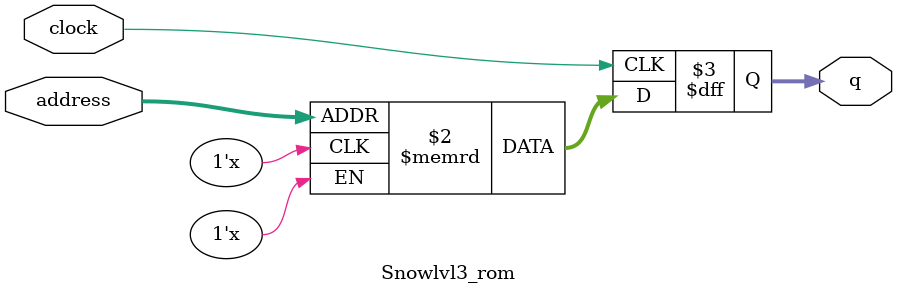
<source format=sv>
module Snowlvl3_rom (
	input logic clock,
	input logic [13:0] address,
	output logic [2:0] q
);

logic [2:0] memory [0:12284] /* synthesis ram_init_file = "C:\Users\David\Desktop\ECE385\Final\Lab_6\statebackground\Snowlvl3\Snowlvl3.mif" */;

always_ff @ (posedge clock) begin
	q <= memory[address];
end

endmodule

</source>
